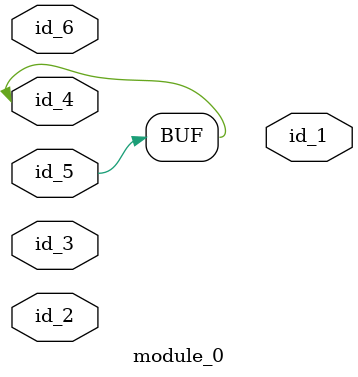
<source format=v>
`define pp_6 0
module module_0 (
    id_1,
    id_2,
    id_3,
    id_4,
    id_5,
    id_6
);
  input id_6;
  input id_5;
  inout id_4;
  input id_3;
  inout id_2;
  output id_1;
  assign id_4 = (1) ? id_5 : id_5 ? id_5 : id_5 ? id_2 : id_6;
endmodule

</source>
